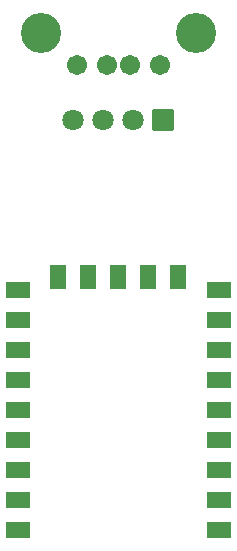
<source format=gbs>
G04 Layer: BottomSolderMaskLayer*
G04 EasyEDA Pro v2.1.54, 2024-04-03 12:40:51*
G04 Gerber Generator version 0.3*
G04 Scale: 100 percent, Rotated: No, Reflected: No*
G04 Dimensions in millimeters*
G04 Leading zeros omitted, absolute positions, 3 integers and 5 decimals*
%FSLAX35Y35*%
%MOMM*%
%AMRoundRect*1,1,$1,$2,$3*1,1,$1,$4,$5*1,1,$1,0-$2,0-$3*1,1,$1,0-$4,0-$5*20,1,$1,$2,$3,$4,$5,0*20,1,$1,$4,$5,0-$2,0-$3,0*20,1,$1,0-$2,0-$3,0-$4,0-$5,0*20,1,$1,0-$4,0-$5,$2,$3,0*4,1,4,$2,$3,$4,$5,0-$2,0-$3,0-$4,0-$5,$2,$3,0*%
%ADD10RoundRect,0.09654X0.85273X-0.85273X-0.85273X-0.85273*%
%ADD11C,1.802*%
%ADD12C,1.702*%
%ADD13C,3.40199*%
%ADD14RoundRect,0.09459X-1.0037X0.6037X1.0037X0.6037*%
%ADD15RoundRect,0.09459X-0.6037X1.0037X0.6037X1.0037*%
G75*


G04 Pad Start*
G54D10*
G01X2981000Y-2200000D03*
G54D11*
G01X2727000Y-2200000D03*
G01X2473000Y-2200000D03*
G01X2219000Y-2200000D03*
G54D12*
G01X2219000Y-2200000D03*
G01X2473000Y-2200000D03*
G01X2727000Y-2200000D03*
G01X2981000Y-2200000D03*
G01X2950012Y-1735496D03*
G01X2700000Y-1735496D03*
G01X2500000Y-1735496D03*
G01X2250014Y-1735496D03*
G54D13*
G01X3256997Y-1464504D03*
G01X1943004Y-1464504D03*
G54D14*
G01X3449998Y-5670496D03*
G01X3449998Y-5416496D03*
G01X3449998Y-5162496D03*
G01X3449998Y-4908496D03*
G01X3449998Y-4654496D03*
G01X3449998Y-4400496D03*
G01X3449998Y-4146496D03*
G01X3449998Y-3892496D03*
G01X3449998Y-3638496D03*
G54D15*
G01X3107987Y-3529504D03*
G01X2853987Y-3529504D03*
G01X2599987Y-3529504D03*
G01X2345987Y-3529504D03*
G01X2091987Y-3529504D03*
G54D14*
G01X1750002Y-3638496D03*
G01X1750002Y-3892496D03*
G01X1750002Y-4146496D03*
G01X1750002Y-4400496D03*
G01X1750002Y-4654496D03*
G01X1750002Y-4908496D03*
G01X1750002Y-5162496D03*
G01X1750002Y-5416496D03*
G01X1750002Y-5670496D03*
G04 Pad End*

M02*

</source>
